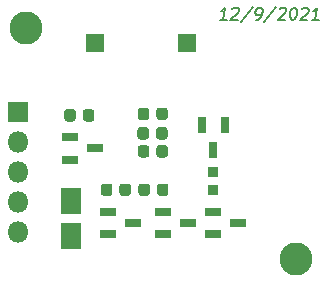
<source format=gbr>
%TF.GenerationSoftware,KiCad,Pcbnew,5.1.6-c6e7f7d~87~ubuntu18.04.1*%
%TF.CreationDate,2021-12-22T00:40:55-08:00*%
%TF.ProjectId,non-contact-voltage-sensor,6e6f6e2d-636f-46e7-9461-63742d766f6c,rev?*%
%TF.SameCoordinates,Original*%
%TF.FileFunction,Soldermask,Top*%
%TF.FilePolarity,Negative*%
%FSLAX46Y46*%
G04 Gerber Fmt 4.6, Leading zero omitted, Abs format (unit mm)*
G04 Created by KiCad (PCBNEW 5.1.6-c6e7f7d~87~ubuntu18.04.1) date 2021-12-22 00:40:55*
%MOMM*%
%LPD*%
G01*
G04 APERTURE LIST*
%ADD10C,0.150000*%
%ADD11R,1.600000X1.600000*%
%ADD12O,1.800000X1.800000*%
%ADD13R,1.800000X1.800000*%
%ADD14R,1.700000X2.300000*%
%ADD15R,0.900000X0.900000*%
%ADD16R,1.440000X0.740000*%
%ADD17R,0.740000X1.440000*%
%ADD18C,2.800000*%
G04 APERTURE END LIST*
D10*
X166841967Y-86177380D02*
X166270538Y-86177380D01*
X166556252Y-86177380D02*
X166681252Y-85177380D01*
X166568157Y-85320238D01*
X166461014Y-85415476D01*
X166359824Y-85463095D01*
X167336014Y-85272619D02*
X167389586Y-85225000D01*
X167490776Y-85177380D01*
X167728872Y-85177380D01*
X167818157Y-85225000D01*
X167859824Y-85272619D01*
X167895538Y-85367857D01*
X167883633Y-85463095D01*
X167818157Y-85605952D01*
X167175300Y-86177380D01*
X167794348Y-86177380D01*
X169068157Y-85129761D02*
X168050300Y-86415476D01*
X169318157Y-86177380D02*
X169508633Y-86177380D01*
X169609824Y-86129761D01*
X169663395Y-86082142D01*
X169776491Y-85939285D01*
X169847919Y-85748809D01*
X169895538Y-85367857D01*
X169859824Y-85272619D01*
X169818157Y-85225000D01*
X169728872Y-85177380D01*
X169538395Y-85177380D01*
X169437205Y-85225000D01*
X169383633Y-85272619D01*
X169324110Y-85367857D01*
X169294348Y-85605952D01*
X169330062Y-85701190D01*
X169371729Y-85748809D01*
X169461014Y-85796428D01*
X169651491Y-85796428D01*
X169752681Y-85748809D01*
X169806252Y-85701190D01*
X169865776Y-85605952D01*
X171068157Y-85129761D02*
X170050300Y-86415476D01*
X171336014Y-85272619D02*
X171389586Y-85225000D01*
X171490776Y-85177380D01*
X171728872Y-85177380D01*
X171818157Y-85225000D01*
X171859824Y-85272619D01*
X171895538Y-85367857D01*
X171883633Y-85463095D01*
X171818157Y-85605952D01*
X171175300Y-86177380D01*
X171794348Y-86177380D01*
X172538395Y-85177380D02*
X172633633Y-85177380D01*
X172722919Y-85225000D01*
X172764586Y-85272619D01*
X172800300Y-85367857D01*
X172824110Y-85558333D01*
X172794348Y-85796428D01*
X172722919Y-85986904D01*
X172663395Y-86082142D01*
X172609824Y-86129761D01*
X172508633Y-86177380D01*
X172413395Y-86177380D01*
X172324110Y-86129761D01*
X172282443Y-86082142D01*
X172246729Y-85986904D01*
X172222919Y-85796428D01*
X172252681Y-85558333D01*
X172324110Y-85367857D01*
X172383633Y-85272619D01*
X172437205Y-85225000D01*
X172538395Y-85177380D01*
X173240776Y-85272619D02*
X173294348Y-85225000D01*
X173395538Y-85177380D01*
X173633633Y-85177380D01*
X173722919Y-85225000D01*
X173764586Y-85272619D01*
X173800300Y-85367857D01*
X173788395Y-85463095D01*
X173722919Y-85605952D01*
X173080062Y-86177380D01*
X173699110Y-86177380D01*
X174651491Y-86177380D02*
X174080062Y-86177380D01*
X174365776Y-86177380D02*
X174490776Y-85177380D01*
X174377681Y-85320238D01*
X174270538Y-85415476D01*
X174169348Y-85463095D01*
D11*
%TO.C,SW1*%
X155739000Y-88138000D03*
X163539000Y-88138000D03*
%TD*%
D12*
%TO.C,J1*%
X149225000Y-104140000D03*
X149225000Y-101600000D03*
X149225000Y-99060000D03*
X149225000Y-96520000D03*
D13*
X149225000Y-93980000D03*
%TD*%
D14*
%TO.C,C1*%
X153670000Y-104497000D03*
X153670000Y-101497000D03*
%TD*%
D15*
%TO.C,D1*%
X165735000Y-99072000D03*
X165735000Y-100572000D03*
%TD*%
D16*
%TO.C,Q5*%
X153585200Y-96128800D03*
X153585200Y-98028800D03*
X155685200Y-97078800D03*
%TD*%
D17*
%TO.C,Q4*%
X166685000Y-95089000D03*
X164785000Y-95089000D03*
X165735000Y-97189000D03*
%TD*%
D16*
%TO.C,Q3*%
X165701000Y-102428000D03*
X165701000Y-104328000D03*
X167801000Y-103378000D03*
%TD*%
%TO.C,Q2*%
X161476000Y-102428000D03*
X161476000Y-104328000D03*
X163576000Y-103378000D03*
%TD*%
%TO.C,Q1*%
X156811000Y-102428000D03*
X156811000Y-104328000D03*
X158911000Y-103378000D03*
%TD*%
%TO.C,R5*%
G36*
G01*
X160904200Y-94439050D02*
X160904200Y-93876550D01*
G75*
G02*
X161147950Y-93632800I243750J0D01*
G01*
X161635450Y-93632800D01*
G75*
G02*
X161879200Y-93876550I0J-243750D01*
G01*
X161879200Y-94439050D01*
G75*
G02*
X161635450Y-94682800I-243750J0D01*
G01*
X161147950Y-94682800D01*
G75*
G02*
X160904200Y-94439050I0J243750D01*
G01*
G37*
G36*
G01*
X159329200Y-94439050D02*
X159329200Y-93876550D01*
G75*
G02*
X159572950Y-93632800I243750J0D01*
G01*
X160060450Y-93632800D01*
G75*
G02*
X160304200Y-93876550I0J-243750D01*
G01*
X160304200Y-94439050D01*
G75*
G02*
X160060450Y-94682800I-243750J0D01*
G01*
X159572950Y-94682800D01*
G75*
G02*
X159329200Y-94439050I0J243750D01*
G01*
G37*
%TD*%
%TO.C,R4*%
G36*
G01*
X160878700Y-96090050D02*
X160878700Y-95527550D01*
G75*
G02*
X161122450Y-95283800I243750J0D01*
G01*
X161609950Y-95283800D01*
G75*
G02*
X161853700Y-95527550I0J-243750D01*
G01*
X161853700Y-96090050D01*
G75*
G02*
X161609950Y-96333800I-243750J0D01*
G01*
X161122450Y-96333800D01*
G75*
G02*
X160878700Y-96090050I0J243750D01*
G01*
G37*
G36*
G01*
X159303700Y-96090050D02*
X159303700Y-95527550D01*
G75*
G02*
X159547450Y-95283800I243750J0D01*
G01*
X160034950Y-95283800D01*
G75*
G02*
X160278700Y-95527550I0J-243750D01*
G01*
X160278700Y-96090050D01*
G75*
G02*
X160034950Y-96333800I-243750J0D01*
G01*
X159547450Y-96333800D01*
G75*
G02*
X159303700Y-96090050I0J243750D01*
G01*
G37*
%TD*%
%TO.C,R3*%
G36*
G01*
X160904200Y-97614050D02*
X160904200Y-97051550D01*
G75*
G02*
X161147950Y-96807800I243750J0D01*
G01*
X161635450Y-96807800D01*
G75*
G02*
X161879200Y-97051550I0J-243750D01*
G01*
X161879200Y-97614050D01*
G75*
G02*
X161635450Y-97857800I-243750J0D01*
G01*
X161147950Y-97857800D01*
G75*
G02*
X160904200Y-97614050I0J243750D01*
G01*
G37*
G36*
G01*
X159329200Y-97614050D02*
X159329200Y-97051550D01*
G75*
G02*
X159572950Y-96807800I243750J0D01*
G01*
X160060450Y-96807800D01*
G75*
G02*
X160304200Y-97051550I0J-243750D01*
G01*
X160304200Y-97614050D01*
G75*
G02*
X160060450Y-97857800I-243750J0D01*
G01*
X159572950Y-97857800D01*
G75*
G02*
X159329200Y-97614050I0J243750D01*
G01*
G37*
%TD*%
%TO.C,R2*%
G36*
G01*
X160955000Y-100865250D02*
X160955000Y-100302750D01*
G75*
G02*
X161198750Y-100059000I243750J0D01*
G01*
X161686250Y-100059000D01*
G75*
G02*
X161930000Y-100302750I0J-243750D01*
G01*
X161930000Y-100865250D01*
G75*
G02*
X161686250Y-101109000I-243750J0D01*
G01*
X161198750Y-101109000D01*
G75*
G02*
X160955000Y-100865250I0J243750D01*
G01*
G37*
G36*
G01*
X159380000Y-100865250D02*
X159380000Y-100302750D01*
G75*
G02*
X159623750Y-100059000I243750J0D01*
G01*
X160111250Y-100059000D01*
G75*
G02*
X160355000Y-100302750I0J-243750D01*
G01*
X160355000Y-100865250D01*
G75*
G02*
X160111250Y-101109000I-243750J0D01*
G01*
X159623750Y-101109000D01*
G75*
G02*
X159380000Y-100865250I0J243750D01*
G01*
G37*
%TD*%
%TO.C,R1*%
G36*
G01*
X157180000Y-100302750D02*
X157180000Y-100865250D01*
G75*
G02*
X156936250Y-101109000I-243750J0D01*
G01*
X156448750Y-101109000D01*
G75*
G02*
X156205000Y-100865250I0J243750D01*
G01*
X156205000Y-100302750D01*
G75*
G02*
X156448750Y-100059000I243750J0D01*
G01*
X156936250Y-100059000D01*
G75*
G02*
X157180000Y-100302750I0J-243750D01*
G01*
G37*
G36*
G01*
X158755000Y-100302750D02*
X158755000Y-100865250D01*
G75*
G02*
X158511250Y-101109000I-243750J0D01*
G01*
X158023750Y-101109000D01*
G75*
G02*
X157780000Y-100865250I0J243750D01*
G01*
X157780000Y-100302750D01*
G75*
G02*
X158023750Y-100059000I243750J0D01*
G01*
X158511250Y-100059000D01*
G75*
G02*
X158755000Y-100302750I0J-243750D01*
G01*
G37*
%TD*%
%TO.C,C2*%
G36*
G01*
X154081200Y-94003550D02*
X154081200Y-94566050D01*
G75*
G02*
X153837450Y-94809800I-243750J0D01*
G01*
X153349950Y-94809800D01*
G75*
G02*
X153106200Y-94566050I0J243750D01*
G01*
X153106200Y-94003550D01*
G75*
G02*
X153349950Y-93759800I243750J0D01*
G01*
X153837450Y-93759800D01*
G75*
G02*
X154081200Y-94003550I0J-243750D01*
G01*
G37*
G36*
G01*
X155656200Y-94003550D02*
X155656200Y-94566050D01*
G75*
G02*
X155412450Y-94809800I-243750J0D01*
G01*
X154924950Y-94809800D01*
G75*
G02*
X154681200Y-94566050I0J243750D01*
G01*
X154681200Y-94003550D01*
G75*
G02*
X154924950Y-93759800I243750J0D01*
G01*
X155412450Y-93759800D01*
G75*
G02*
X155656200Y-94003550I0J-243750D01*
G01*
G37*
%TD*%
D18*
%TO.C,H2*%
X172720000Y-106426000D03*
%TD*%
%TO.C,H1*%
X149860000Y-86868000D03*
%TD*%
M02*

</source>
